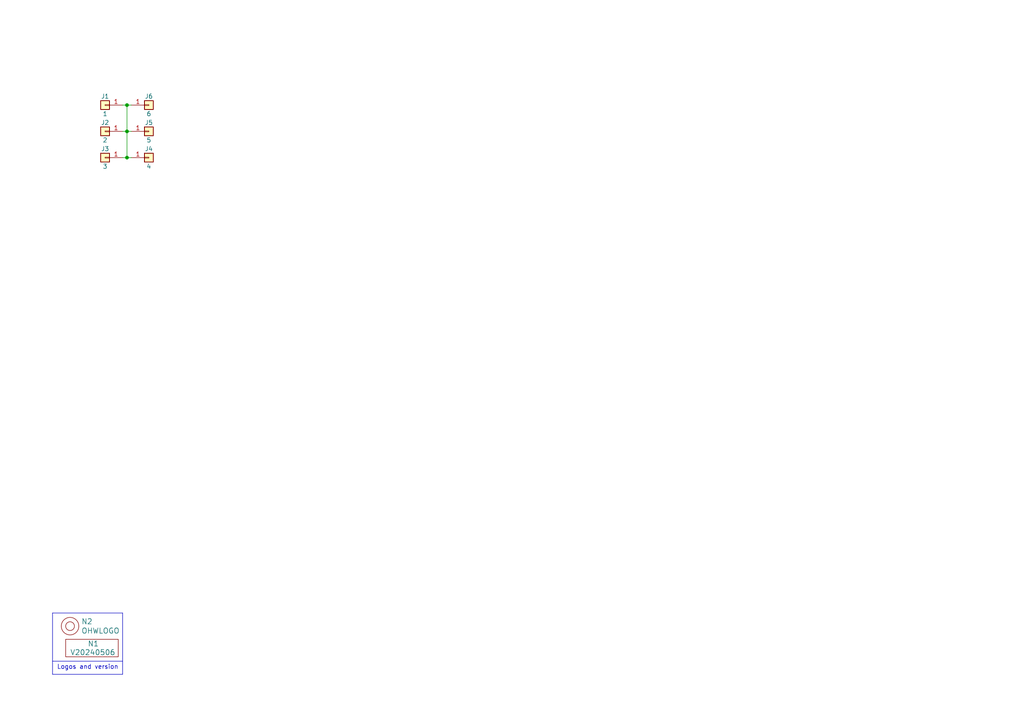
<source format=kicad_sch>
(kicad_sch (version 20230121) (generator eeschema)
  (paper "A4")
  (lib_symbols
    (symbol "Connector_Generic:Conn_01x01" (pin_names (offset 1.016) hide)
      (property "Reference" "J" (at 0 2.54 0))
      (property "Value" "Conn_01x01" (at 0 -2.54 0))
      (symbol "Conn_01x01_1_1"
        (rectangle (start -1.27 0.127) (end 0 -0.127) (stroke (width 0.1524)))
        (rectangle (start -1.27 1.27) (end 1.27 -1.27) (stroke (width 0.254)) (fill (type background)))
        (pin passive line (at -5.08 0 0) (length 3.81) (name "Pin_1") (number "1"))
      )
    )
    (symbol "SquantorLabels:OHWLOGO" (pin_names (offset 1.016))
      (property "Reference" "N" (at 0 3.81 0))
      (property "Value" "OHWLOGO" (at 0 -3.81 0))
      (symbol "OHWLOGO_0_1"
        (circle (center 0 0) (radius 1.27))
        (circle (center 0 0) (radius 2.54))
      )
    )
    (symbol "SquantorLabels:VYYYYMMDD" (pin_names (offset 1.016))
      (property "Reference" "N" (at 0 2.54 0))
      (property "Value" "VYYYYMMDD" (at 0 0 0))
      (symbol "VYYYYMMDD_0_1"
        (rectangle (start 7.62 -1.27) (end -7.62 3.81))
      )
    )
  )
  (junction (at 36.83 30.48))
  (junction (at 36.83 38.1))
  (junction (at 36.83 45.72))
  (wire (pts (xy 36.83 38.1) (xy 38.1 38.1)))
  (wire (pts (xy 36.83 45.72) (xy 35.56 45.72)))
  (wire (pts (xy 36.83 38.1) (xy 35.56 38.1)))
  (wire (pts (xy 36.83 38.1) (xy 36.83 45.72)))
  (wire (pts (xy 36.83 30.48) (xy 36.83 38.1)))
  (polyline (pts (xy 15.24 191.77) (xy 35.56 191.77)))
  (wire (pts (xy 36.83 30.48) (xy 38.1 30.48)))
  (polyline (pts (xy 35.56 195.58) (xy 35.56 177.8)))
  (wire (pts (xy 36.83 45.72) (xy 38.1 45.72)))
  (polyline (pts (xy 15.24 195.58) (xy 35.56 195.58)))
  (wire (pts (xy 35.56 30.48) (xy 36.83 30.48)))
  (polyline (pts (xy 35.56 177.8) (xy 15.24 177.8)))
  (polyline (pts (xy 15.24 177.8) (xy 15.24 195.58)))
  (text "Logos and version" (at 16.51 194.31 0) (effects (font (size 1.27 1.27)) (justify left bottom)))
  (symbol (lib_id "SquantorLabels:VYYYYMMDD") (at 26.67 189.23 0) (unit 1)
    (property "Reference" "N1" (at 25.4 186.69 0) (effects (font (size 1.524 1.524)) (justify left)))
    (property "Value" "V20240506" (at 20.32 189.23 0) (effects (font (size 1.524 1.524)) (justify left)))
    (property "Footprint" "SquantorLabels:Label_Generic" (effects hide))
  )
  (symbol (lib_id "SquantorLabels:OHWLOGO") (at 20.32 181.61 0) (unit 1)
    (property "Reference" "N2" (at 23.5712 180.2638 0) (effects (font (size 1.524 1.524)) (justify left)))
    (property "Value" "OHWLOGO" (at 23.5712 182.9562 0) (effects (font (size 1.524 1.524)) (justify left)))
    (property "Footprint" "Symbol:OSHW-Symbol_6.7x6mm_SilkScreen" (effects hide))
  )
  (symbol (lib_id "Connector_Generic:Conn_01x01") (at 30.48 38.1 180) (unit 1)
    (property "Reference" "J2" (at 30.48 35.56 0))
    (property "Value" "2" (at 30.48 40.64 0))
    (property "Footprint" "mill-max:PC_pin_nail_head_6092" (effects hide))
  )
  (symbol (lib_id "Connector_Generic:Conn_01x01") (at 30.48 30.48 180) (unit 1)
    (property "Reference" "J1" (at 30.48 27.94 0))
    (property "Value" "1" (at 30.48 33.02 0))
    (property "Footprint" "mill-max:PC_pin_nail_head_6092" (effects hide))
  )
  (symbol (lib_id "Connector_Generic:Conn_01x01") (at 30.48 45.72 0) (mirror y) (unit 1)
    (property "Reference" "J3" (at 30.48 43.18 0))
    (property "Value" "3" (at 30.48 48.26 0))
    (property "Footprint" "mill-max:PC_pin_nail_head_6092" (effects hide))
  )
  (symbol (lib_id "Connector_Generic:Conn_01x01") (at 43.18 45.72 0) (mirror x) (unit 1)
    (property "Reference" "J4" (at 43.18 43.18 0))
    (property "Value" "4" (at 43.18 48.26 0))
    (property "Footprint" "mill-max:PC_pin_nail_head_6092" (effects hide))
  )
  (symbol (lib_id "Connector_Generic:Conn_01x01") (at 43.18 38.1 0) (unit 1)
    (property "Reference" "J5" (at 43.18 35.56 0))
    (property "Value" "5" (at 43.18 40.64 0))
    (property "Footprint" "mill-max:PC_pin_nail_head_6092" (effects hide))
  )
  (symbol (lib_id "Connector_Generic:Conn_01x01") (at 43.18 30.48 0) (mirror x) (unit 1)
    (property "Reference" "J6" (at 43.18 27.94 0))
    (property "Value" "6" (at 43.18 33.02 0))
    (property "Footprint" "mill-max:PC_pin_nail_head_6092" (effects hide))
  )
)
</source>
